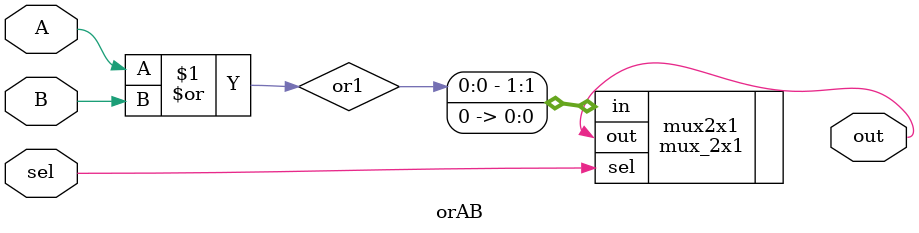
<source format=sv>
/*
 * EE469 Autumn 2022
 * Haosen Li, Peter Tran
 * 
 * This file computes or-ing bits together.
 *
 * Inputs:
 * A - 1 bit, A bit.
 * B - 1 bit, B bit.
 * sel - 1 bit, selects the out value.
 *
 * Outputs:
 * Cout - 1 bit, Output of A or B.
 */
module orAB (
	input logic A, B, sel,
	output logic out
	);
	
	logic or1;
	
	// A or B
	or #5 or_AB (or1, A, B);
	
	// Mux to decide whether to output A or B or 0
	mux_2x1 mux2x1 (.in({or1, 1'b0}), .sel(sel), .out(out)); 
	
endmodule
</source>
